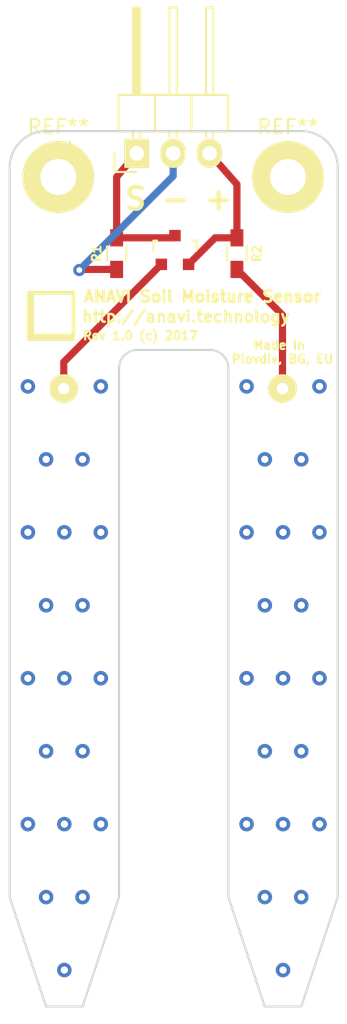
<source format=kicad_pcb>
(kicad_pcb (version 4) (host pcbnew 4.0.4+dfsg1-stable)

  (general
    (links 7)
    (no_connects 0)
    (area 130.493714 65.143999 166.432286 136.715501)
    (thickness 1.6)
    (drawings 45)
    (tracks 59)
    (zones 0)
    (modules 9)
    (nets 8)
  )

  (page A4)
  (layers
    (0 Top signal)
    (31 Bottom signal)
    (32 B.Adhes user)
    (33 F.Adhes user)
    (34 B.Paste user)
    (35 F.Paste user)
    (36 B.SilkS user)
    (37 F.SilkS user)
    (38 B.Mask user)
    (39 F.Mask user)
    (40 Dwgs.User user)
    (41 Cmts.User user)
    (42 Eco1.User user)
    (43 Eco2.User user)
    (44 Edge.Cuts user)
    (45 Margin user)
    (46 B.CrtYd user)
    (47 F.CrtYd user)
    (48 B.Fab user)
    (49 F.Fab user)
  )

  (setup
    (last_trace_width 0.5)
    (trace_clearance 0.254)
    (zone_clearance 0.508)
    (zone_45_only no)
    (trace_min 0.2)
    (segment_width 0.2)
    (edge_width 0.15)
    (via_size 0.85)
    (via_drill 0.4)
    (via_min_size 0.4)
    (via_min_drill 0.3)
    (uvia_size 0.35)
    (uvia_drill 0.1)
    (uvias_allowed no)
    (uvia_min_size 0.2)
    (uvia_min_drill 0.1)
    (pcb_text_width 0.3)
    (pcb_text_size 1.5 1.5)
    (mod_edge_width 0.15)
    (mod_text_size 1 1)
    (mod_text_width 0.15)
    (pad_size 5 5)
    (pad_drill 2.5)
    (pad_to_mask_clearance 0.2)
    (aux_axis_origin 0 0)
    (visible_elements FFFFFF7F)
    (pcbplotparams
      (layerselection 0x010f0_80000001)
      (usegerberextensions true)
      (excludeedgelayer true)
      (linewidth 1.000000)
      (plotframeref false)
      (viasonmask false)
      (mode 1)
      (useauxorigin false)
      (hpglpennumber 1)
      (hpglpenspeed 20)
      (hpglpendiameter 15)
      (hpglpenoverlay 2)
      (psnegative false)
      (psa4output false)
      (plotreference true)
      (plotvalue true)
      (plotinvisibletext false)
      (padsonsilk false)
      (subtractmaskfromsilk false)
      (outputformat 1)
      (mirror false)
      (drillshape 0)
      (scaleselection 1)
      (outputdirectory plots/plot-1.0/))
  )

  (net 0 "")
  (net 1 GND)
  (net 2 PROBE1)
  (net 3 PROBE2)
  (net 4 "Net-(P1-Pad1)")
  (net 5 +3V3)
  (net 6 "Net-(P2-Pad1)")
  (net 7 "Net-(P3-Pad1)")

  (net_class Default "This is the default net class."
    (clearance 0.254)
    (trace_width 0.5)
    (via_dia 0.85)
    (via_drill 0.4)
    (uvia_dia 0.35)
    (uvia_drill 0.1)
    (add_net +3V3)
    (add_net GND)
    (add_net "Net-(P1-Pad1)")
    (add_net "Net-(P2-Pad1)")
    (add_net "Net-(P3-Pad1)")
  )

  (net_class vcc ""
    (clearance 0.254)
    (trace_width 1.5)
    (via_dia 0.85)
    (via_drill 0.4)
    (uvia_dia 0.35)
    (uvia_drill 0.1)
  )

  (module Pin_Headers:Pin_Header_Angled_1x03 (layer Top) (tedit 58E959FF) (tstamp 58E9C7A3)
    (at 145.923 76.073 90)
    (descr "Through hole pin header")
    (tags "pin header")
    (path /58E94976)
    (fp_text reference P1 (at 0 -5.1 90) (layer F.SilkS)
      (effects (font (size 1 1) (thickness 0.15)))
    )
    (fp_text value CONN_01X03 (at 0 -3.1 90) (layer F.Fab) hide
      (effects (font (size 1 1) (thickness 0.15)))
    )
    (fp_line (start -1.5 -1.75) (end -1.5 6.85) (layer F.CrtYd) (width 0.05))
    (fp_line (start 10.65 -1.75) (end 10.65 6.85) (layer F.CrtYd) (width 0.05))
    (fp_line (start -1.5 -1.75) (end 10.65 -1.75) (layer F.CrtYd) (width 0.05))
    (fp_line (start -1.5 6.85) (end 10.65 6.85) (layer F.CrtYd) (width 0.05))
    (fp_line (start -1.3 -1.55) (end -1.3 0) (layer F.SilkS) (width 0.15))
    (fp_line (start 0 -1.55) (end -1.3 -1.55) (layer F.SilkS) (width 0.15))
    (fp_line (start 4.191 -0.127) (end 10.033 -0.127) (layer F.SilkS) (width 0.15))
    (fp_line (start 10.033 -0.127) (end 10.033 0.127) (layer F.SilkS) (width 0.15))
    (fp_line (start 10.033 0.127) (end 4.191 0.127) (layer F.SilkS) (width 0.15))
    (fp_line (start 4.191 0.127) (end 4.191 0) (layer F.SilkS) (width 0.15))
    (fp_line (start 4.191 0) (end 10.033 0) (layer F.SilkS) (width 0.15))
    (fp_line (start 1.524 -0.254) (end 1.143 -0.254) (layer F.SilkS) (width 0.15))
    (fp_line (start 1.524 0.254) (end 1.143 0.254) (layer F.SilkS) (width 0.15))
    (fp_line (start 1.524 2.286) (end 1.143 2.286) (layer F.SilkS) (width 0.15))
    (fp_line (start 1.524 2.794) (end 1.143 2.794) (layer F.SilkS) (width 0.15))
    (fp_line (start 1.524 4.826) (end 1.143 4.826) (layer F.SilkS) (width 0.15))
    (fp_line (start 1.524 5.334) (end 1.143 5.334) (layer F.SilkS) (width 0.15))
    (fp_line (start 4.064 1.27) (end 4.064 -1.27) (layer F.SilkS) (width 0.15))
    (fp_line (start 10.16 0.254) (end 4.064 0.254) (layer F.SilkS) (width 0.15))
    (fp_line (start 10.16 -0.254) (end 10.16 0.254) (layer F.SilkS) (width 0.15))
    (fp_line (start 4.064 -0.254) (end 10.16 -0.254) (layer F.SilkS) (width 0.15))
    (fp_line (start 1.524 1.27) (end 4.064 1.27) (layer F.SilkS) (width 0.15))
    (fp_line (start 1.524 -1.27) (end 1.524 1.27) (layer F.SilkS) (width 0.15))
    (fp_line (start 1.524 -1.27) (end 4.064 -1.27) (layer F.SilkS) (width 0.15))
    (fp_line (start 1.524 3.81) (end 4.064 3.81) (layer F.SilkS) (width 0.15))
    (fp_line (start 1.524 3.81) (end 1.524 6.35) (layer F.SilkS) (width 0.15))
    (fp_line (start 4.064 4.826) (end 10.16 4.826) (layer F.SilkS) (width 0.15))
    (fp_line (start 10.16 4.826) (end 10.16 5.334) (layer F.SilkS) (width 0.15))
    (fp_line (start 10.16 5.334) (end 4.064 5.334) (layer F.SilkS) (width 0.15))
    (fp_line (start 4.064 6.35) (end 4.064 3.81) (layer F.SilkS) (width 0.15))
    (fp_line (start 4.064 3.81) (end 4.064 1.27) (layer F.SilkS) (width 0.15))
    (fp_line (start 10.16 2.794) (end 4.064 2.794) (layer F.SilkS) (width 0.15))
    (fp_line (start 10.16 2.286) (end 10.16 2.794) (layer F.SilkS) (width 0.15))
    (fp_line (start 4.064 2.286) (end 10.16 2.286) (layer F.SilkS) (width 0.15))
    (fp_line (start 1.524 3.81) (end 4.064 3.81) (layer F.SilkS) (width 0.15))
    (fp_line (start 1.524 1.27) (end 1.524 3.81) (layer F.SilkS) (width 0.15))
    (fp_line (start 1.524 1.27) (end 4.064 1.27) (layer F.SilkS) (width 0.15))
    (fp_line (start 1.524 6.35) (end 4.064 6.35) (layer F.SilkS) (width 0.15))
    (pad 1 thru_hole rect (at 0 0 90) (size 2.032 1.7272) (drill 1.016) (layers *.Cu *.Mask F.SilkS)
      (net 4 "Net-(P1-Pad1)"))
    (pad 2 thru_hole oval (at 0 2.54 90) (size 2.032 1.7272) (drill 1.016) (layers *.Cu *.Mask F.SilkS)
      (net 1 GND))
    (pad 3 thru_hole oval (at 0 5.08 90) (size 2.032 1.7272) (drill 1.016) (layers *.Cu *.Mask F.SilkS)
      (net 5 +3V3))
    (model Pin_Headers.3dshapes/Pin_Header_Angled_1x03.wrl
      (at (xyz 0 -0.1 0))
      (scale (xyz 1 1 1))
      (rotate (xyz 0 0 90))
    )
  )

  (module TO_SOT_Packages_SMD:SOT-23 (layer Top) (tedit 58E9665C) (tstamp 58E9C7B3)
    (at 148.59 82.804)
    (descr "SOT-23, Standard")
    (tags SOT-23)
    (path /58E94942)
    (attr smd)
    (fp_text reference Q1 (at 0 2.159) (layer F.SilkS) hide
      (effects (font (size 0.6 0.6) (thickness 0.15)))
    )
    (fp_text value BC817 (at 0 2.3) (layer F.Fab) hide
      (effects (font (size 1 1) (thickness 0.15)))
    )
    (fp_line (start -1.65 -1.6) (end 1.65 -1.6) (layer F.CrtYd) (width 0.05))
    (fp_line (start 1.65 -1.6) (end 1.65 1.6) (layer F.CrtYd) (width 0.05))
    (fp_line (start 1.65 1.6) (end -1.65 1.6) (layer F.CrtYd) (width 0.05))
    (fp_line (start -1.65 1.6) (end -1.65 -1.6) (layer F.CrtYd) (width 0.05))
    (fp_line (start 1.29916 -0.65024) (end 1.2509 -0.65024) (layer F.SilkS) (width 0.15))
    (fp_line (start -1.49982 0.0508) (end -1.49982 -0.65024) (layer F.SilkS) (width 0.15))
    (fp_line (start -1.49982 -0.65024) (end -1.2509 -0.65024) (layer F.SilkS) (width 0.15))
    (fp_line (start 1.29916 -0.65024) (end 1.49982 -0.65024) (layer F.SilkS) (width 0.15))
    (fp_line (start 1.49982 -0.65024) (end 1.49982 0.0508) (layer F.SilkS) (width 0.15))
    (pad 1 smd rect (at -0.95 1.00076) (size 0.8001 0.8001) (layers Top F.Paste F.Mask)
      (net 6 "Net-(P2-Pad1)"))
    (pad 2 smd rect (at 0.95 1.00076) (size 0.8001 0.8001) (layers Top F.Paste F.Mask)
      (net 5 +3V3))
    (pad 3 smd rect (at 0 -0.99822) (size 0.8001 0.8001) (layers Top F.Paste F.Mask)
      (net 4 "Net-(P1-Pad1)"))
    (model TO_SOT_Packages_SMD.3dshapes/SOT-23.wrl
      (at (xyz 0 0 0))
      (scale (xyz 1 1 1))
      (rotate (xyz 0 0 0))
    )
  )

  (module Mounting_Holes:MountingHole_2.5mm_Pad (layer Top) (tedit 58E959F8) (tstamp 58E9CE83)
    (at 140.462 77.724)
    (descr "Mounting Hole 2.5mm")
    (tags "mounting hole 2.5mm")
    (fp_text reference REF** (at 0 -3.5) (layer F.SilkS)
      (effects (font (size 1 1) (thickness 0.15)))
    )
    (fp_text value MountingHole_2.5mm_Pad (at 0 3.5) (layer F.Fab) hide
      (effects (font (size 1 1) (thickness 0.15)))
    )
    (fp_circle (center 0 0) (end 2.5 0) (layer Cmts.User) (width 0.15))
    (fp_circle (center 0 0) (end 2.75 0) (layer F.CrtYd) (width 0.05))
    (pad 1 thru_hole circle (at 0 0) (size 5 5) (drill 2.5) (layers *.Cu *.Mask F.SilkS))
  )

  (module Mounting_Holes:MountingHole_2.5mm_Pad (layer Top) (tedit 58E95BC9) (tstamp 58E9CE97)
    (at 156.464 77.724)
    (descr "Mounting Hole 2.5mm")
    (tags "mounting hole 2.5mm")
    (fp_text reference REF** (at 0 -3.5) (layer F.SilkS)
      (effects (font (size 1 1) (thickness 0.15)))
    )
    (fp_text value MountingHole_2.5mm_Pad (at 0 3.5) (layer F.Fab) hide
      (effects (font (size 1 1) (thickness 0.15)))
    )
    (fp_circle (center 0 0) (end 2.5 0) (layer Cmts.User) (width 0.15))
    (fp_circle (center 0 0) (end 2.75 0) (layer F.CrtYd) (width 0.05))
    (pad 2 thru_hole circle (at 0 0) (size 5 5) (drill 2.5) (layers *.Cu *.Mask F.SilkS))
  )

  (module Resistors_SMD:R_0603_HandSoldering (layer Top) (tedit 58E9668C) (tstamp 58E9D6B2)
    (at 144.526 83.058 90)
    (descr "Resistor SMD 0603, hand soldering")
    (tags "resistor 0603")
    (path /58E94818)
    (attr smd)
    (fp_text reference R1 (at 0 -1.397 90) (layer F.SilkS)
      (effects (font (size 0.6 0.6) (thickness 0.15)))
    )
    (fp_text value 10K (at 0.0635 0 90) (layer F.Fab)
      (effects (font (size 1 1) (thickness 0.15)))
    )
    (fp_line (start -2 -0.8) (end 2 -0.8) (layer F.CrtYd) (width 0.05))
    (fp_line (start -2 0.8) (end 2 0.8) (layer F.CrtYd) (width 0.05))
    (fp_line (start -2 -0.8) (end -2 0.8) (layer F.CrtYd) (width 0.05))
    (fp_line (start 2 -0.8) (end 2 0.8) (layer F.CrtYd) (width 0.05))
    (fp_line (start 0.5 0.675) (end -0.5 0.675) (layer F.SilkS) (width 0.15))
    (fp_line (start -0.5 -0.675) (end 0.5 -0.675) (layer F.SilkS) (width 0.15))
    (pad 1 smd rect (at -1.1 0 90) (size 1.2 0.9) (layers Top F.Paste F.Mask)
      (net 1 GND))
    (pad 2 smd rect (at 1.1 0 90) (size 1.2 0.9) (layers Top F.Paste F.Mask)
      (net 4 "Net-(P1-Pad1)"))
    (model Resistors_SMD.3dshapes/R_0603_HandSoldering.wrl
      (at (xyz 0 0 0))
      (scale (xyz 1 1 1))
      (rotate (xyz 0 0 0))
    )
  )

  (module Resistors_SMD:R_0603_HandSoldering (layer Top) (tedit 58E96690) (tstamp 58E9D6BE)
    (at 152.908 83.058 270)
    (descr "Resistor SMD 0603, hand soldering")
    (tags "resistor 0603")
    (path /58E94879)
    (attr smd)
    (fp_text reference R2 (at 0 -1.397 270) (layer F.SilkS)
      (effects (font (size 0.6 0.6) (thickness 0.15)))
    )
    (fp_text value 100R (at 0 0 270) (layer F.Fab)
      (effects (font (size 1 1) (thickness 0.15)))
    )
    (fp_line (start -2 -0.8) (end 2 -0.8) (layer F.CrtYd) (width 0.05))
    (fp_line (start -2 0.8) (end 2 0.8) (layer F.CrtYd) (width 0.05))
    (fp_line (start -2 -0.8) (end -2 0.8) (layer F.CrtYd) (width 0.05))
    (fp_line (start 2 -0.8) (end 2 0.8) (layer F.CrtYd) (width 0.05))
    (fp_line (start 0.5 0.675) (end -0.5 0.675) (layer F.SilkS) (width 0.15))
    (fp_line (start -0.5 -0.675) (end 0.5 -0.675) (layer F.SilkS) (width 0.15))
    (pad 1 smd rect (at -1.1 0 270) (size 1.2 0.9) (layers Top F.Paste F.Mask)
      (net 5 +3V3))
    (pad 2 smd rect (at 1.1 0 270) (size 1.2 0.9) (layers Top F.Paste F.Mask)
      (net 7 "Net-(P3-Pad1)"))
    (model Resistors_SMD.3dshapes/R_0603_HandSoldering.wrl
      (at (xyz 0 0 0))
      (scale (xyz 1 1 1))
      (rotate (xyz 0 0 0))
    )
  )

  (module Wire_Pads:SolderWirePad_single_0-8mmDrill (layer Top) (tedit 58E966A4) (tstamp 58EB6E84)
    (at 140.843 92.456)
    (path /58E963B7)
    (fp_text reference P2 (at 0 -2.54) (layer F.SilkS) hide
      (effects (font (size 1 1) (thickness 0.15)))
    )
    (fp_text value CONN_01X01 (at 0 2.54) (layer F.Fab) hide
      (effects (font (size 1 1) (thickness 0.15)))
    )
    (pad 1 thru_hole circle (at 0 0) (size 1.99898 1.99898) (drill 0.8001) (layers *.Cu *.Mask F.SilkS)
      (net 6 "Net-(P2-Pad1)"))
  )

  (module Wire_Pads:SolderWirePad_single_0-8mmDrill (layer Top) (tedit 58E966A1) (tstamp 58EB6E89)
    (at 156.083 92.456)
    (path /58E9643C)
    (fp_text reference P3 (at 0 -2.54) (layer F.SilkS) hide
      (effects (font (size 1 1) (thickness 0.15)))
    )
    (fp_text value CONN_01X01 (at 0 2.54) (layer F.Fab) hide
      (effects (font (size 1 1) (thickness 0.15)))
    )
    (pad 1 thru_hole circle (at 0 0) (size 1.99898 1.99898) (drill 0.8001) (layers *.Cu *.Mask F.SilkS)
      (net 7 "Net-(P3-Pad1)"))
  )

  (module logo:anavi-logo (layer Top) (tedit 0) (tstamp 58EB6EE9)
    (at 139.954 87.4395)
    (fp_text reference G*** (at 0 0) (layer F.SilkS) hide
      (effects (font (thickness 0.3)))
    )
    (fp_text value LOGO (at 0.75 0) (layer F.SilkS) hide
      (effects (font (thickness 0.3)))
    )
    (fp_poly (pts (xy 1.693334 1.693334) (xy -1.693333 1.693334) (xy -1.693333 -1.524) (xy -1.185333 -1.524)
      (xy -1.185333 1.185334) (xy 1.439334 1.185334) (xy 1.439334 -1.524) (xy -1.185333 -1.524)
      (xy -1.693333 -1.524) (xy -1.693333 -1.778) (xy 1.693334 -1.778) (xy 1.693334 1.693334)) (layer F.SilkS) (width 0.01))
  )

  (gr_text "Made in \nPlovdiv, BG, EU" (at 156.083 89.916) (layer F.SilkS)
    (effects (font (size 0.6 0.6) (thickness 0.15)))
  )
  (gr_text "Rev 1.0 (c) 2017" (at 146.177 88.773) (layer F.SilkS)
    (effects (font (size 0.6 0.6) (thickness 0.15)))
  )
  (gr_text "http://anavi.technology\n" (at 149.352 87.4395) (layer F.SilkS)
    (effects (font (size 0.8 0.8) (thickness 0.175)))
  )
  (gr_text "ANAVI Soil Moisture Sensor" (at 150.495 86.0425) (layer F.SilkS)
    (effects (font (size 0.8 0.8) (thickness 0.2)))
  )
  (gr_text "S - +" (at 148.844 79.248) (layer F.SilkS)
    (effects (font (size 1.5 1.5) (thickness 0.3)))
  )
  (gr_arc (start 139.6111 77.0636) (end 139.6111 74.5236) (angle -90) (layer Edge.Cuts) (width 0.15) (tstamp 562A5FC88FB0))
  (gr_line (start 137.0711 77.0636) (end 137.0711 127.8636) (layer Edge.Cuts) (width 0.15) (tstamp 562A5FC89A60))
  (gr_line (start 139.6111 74.5236) (end 157.3911 74.5236) (layer Edge.Cuts) (width 0.15) (tstamp 562A5FC8B220))
  (gr_arc (start 157.3911 77.0636) (end 157.3911 74.5236) (angle 90) (layer Edge.Cuts) (width 0.15) (tstamp 562A5FC8BBA0))
  (gr_line (start 159.9311 77.0636) (end 159.9311 127.8636) (layer Edge.Cuts) (width 0.15) (tstamp 562A5FC8C650))
  (gr_line (start 159.9311 127.8636) (end 157.3911 135.4836) (layer Edge.Cuts) (width 0.15) (tstamp 562A5FC8CFD0))
  (gr_line (start 157.3911 135.4836) (end 154.8511 135.4836) (layer Edge.Cuts) (width 0.15) (tstamp 562A5FC8D950))
  (gr_line (start 154.8511 135.4836) (end 152.3111 127.8636) (layer Edge.Cuts) (width 0.15) (tstamp 562A5FC8E2D0))
  (gr_line (start 137.0711 127.8636) (end 139.6111 135.4836) (layer Edge.Cuts) (width 0.15) (tstamp 562A5FC8EC50))
  (gr_line (start 139.6111 135.4836) (end 142.1511 135.4836) (layer Edge.Cuts) (width 0.15) (tstamp 562A5FC8F5D0))
  (gr_line (start 142.1511 135.4836) (end 144.6911 127.8636) (layer Edge.Cuts) (width 0.15) (tstamp 562A5FC8FF50))
  (gr_line (start 144.6911 127.8636) (end 144.6911 91.0336) (layer Edge.Cuts) (width 0.15) (tstamp 562A5FC908D0))
  (gr_arc (start 145.9611 91.0336) (end 144.6911 91.0336) (angle 90) (layer Edge.Cuts) (width 0.15) (tstamp 562A5FC91250))
  (gr_line (start 145.9611 89.7636) (end 151.0411 89.7636) (layer Edge.Cuts) (width 0.15) (tstamp 562A5FC91D30))
  (gr_line (start 152.3111 127.8636) (end 152.3111 91.0336) (layer Edge.Cuts) (width 0.15) (tstamp 562A5FC926B0))
  (gr_arc (start 151.0411 91.0336) (end 152.3111 91.0336) (angle -90) (layer Edge.Cuts) (width 0.15) (tstamp 562A5FC93030))
  (gr_line (start 137.0711 91.0336) (end 144.6911 91.0336) (layer F.Mask) (width 0.15) (tstamp 562A5FC9AAB0))
  (gr_line (start 144.6911 91.0336) (end 144.6911 127.8636) (layer F.Mask) (width 0.15) (tstamp 562A5FC9B430))
  (gr_line (start 144.6911 127.8636) (end 142.1511 135.4836) (layer F.Mask) (width 0.15) (tstamp 562A5FC9BE00))
  (gr_line (start 142.1511 135.4836) (end 139.6111 135.4836) (layer F.Mask) (width 0.15) (tstamp 562A5FC9C750))
  (gr_line (start 139.6111 135.4836) (end 137.0711 127.8636) (layer F.Mask) (width 0.15) (tstamp 562A5FC9D0D0))
  (gr_line (start 137.0711 127.8636) (end 137.0711 91.0336) (layer F.Mask) (width 0.15) (tstamp 562A5FC9DA50))
  (gr_line (start 152.3111 91.0336) (end 152.3111 127.8636) (layer F.Mask) (width 0.15) (tstamp 562A5FC9E3D0))
  (gr_line (start 152.3111 127.8636) (end 154.8511 135.4836) (layer F.Mask) (width 0.15) (tstamp 562A5FC9ED50))
  (gr_line (start 154.8511 135.4836) (end 157.3911 135.4836) (layer F.Mask) (width 0.15) (tstamp 562A5FC9F6D0))
  (gr_line (start 157.3911 135.4836) (end 159.9311 127.8636) (layer F.Mask) (width 0.15) (tstamp 562A5FCA0050))
  (gr_line (start 159.9311 127.8636) (end 159.9311 91.0336) (layer F.Mask) (width 0.15) (tstamp 562A5FCA09D0))
  (gr_line (start 159.9311 91.0336) (end 152.3111 91.0336) (layer F.Mask) (width 0.15) (tstamp 562A5FCA1350))
  (gr_line (start 137.0711 91.0336) (end 137.0711 127.8636) (layer B.Mask) (width 0.15) (tstamp 562A5FCA1CD0))
  (gr_line (start 137.0711 127.8636) (end 139.6111 135.4836) (layer B.Mask) (width 0.15) (tstamp 562A5FCA2650))
  (gr_line (start 139.6111 135.4836) (end 142.1511 135.4836) (layer B.Mask) (width 0.15) (tstamp 562A5FCA2FD0))
  (gr_line (start 142.1511 135.4836) (end 144.6911 127.8636) (layer B.Mask) (width 0.15) (tstamp 562A5FCA3950))
  (gr_line (start 144.6911 127.8636) (end 144.6911 91.0336) (layer B.Mask) (width 0.15) (tstamp 562A5FCA42D0))
  (gr_line (start 144.6911 91.0336) (end 137.0711 91.0336) (layer B.Mask) (width 0.15) (tstamp 562A5FCA4C50))
  (gr_line (start 152.3111 91.0336) (end 152.3111 127.8636) (layer B.Mask) (width 0.15) (tstamp 562A5FCA55D0))
  (gr_line (start 152.3111 127.8636) (end 154.8511 135.4836) (layer B.Mask) (width 0.15) (tstamp 562A5FCA5F50))
  (gr_line (start 154.8511 135.4836) (end 157.3911 135.4836) (layer B.Mask) (width 0.15) (tstamp 562A5FCA68D0))
  (gr_line (start 157.3911 135.4836) (end 159.9311 127.8636) (layer B.Mask) (width 0.15) (tstamp 562A5FCA7250))
  (gr_line (start 159.9311 127.8636) (end 159.9311 91.0336) (layer B.Mask) (width 0.15) (tstamp 562A5FCA7BD0))
  (gr_line (start 159.9311 91.0336) (end 152.3111 91.0336) (layer B.Mask) (width 0.15) (tstamp 562A5FCA8550))

  (via (at 142.1511 97.3836) (size 1.016) (drill 0.508) (layers Top Bottom) (net 0) (tstamp 562A5FEB1840))
  (via (at 139.6111 97.3836) (size 1.016) (drill 0.508) (layers Top Bottom) (net 0) (tstamp 562A5FEB1120))
  (via (at 143.4211 92.3036) (size 1.016) (drill 0.508) (layers Top Bottom) (net 0) (tstamp 562A5FEA90B0))
  (via (at 153.5811 92.3036) (size 1.016) (drill 0.508) (layers Top Bottom) (net 0) (tstamp 562A5FE98A10))
  (via (at 158.6611 92.3036) (size 1.016) (drill 0.508) (layers Top Bottom) (net 0) (tstamp 562A5FE99130))
  (via (at 158.6611 102.4636) (size 1.016) (drill 0.508) (layers Top Bottom) (net 0) (tstamp 562A5FE99850))
  (via (at 156.1211 102.4636) (size 1.016) (drill 0.508) (layers Top Bottom) (net 0) (tstamp 562A5FE99F70))
  (via (at 153.5811 102.4636) (size 1.016) (drill 0.508) (layers Top Bottom) (net 0) (tstamp 562A5FE9A690))
  (via (at 153.5811 112.6236) (size 1.016) (drill 0.508) (layers Top Bottom) (net 0) (tstamp 562A5FE9ADB0))
  (via (at 156.1211 112.6236) (size 1.016) (drill 0.508) (layers Top Bottom) (net 0) (tstamp 562A5FE9B4D0))
  (via (at 158.6611 112.6236) (size 1.016) (drill 0.508) (layers Top Bottom) (net 0) (tstamp 562A5FE9BBF0))
  (via (at 158.6611 122.7836) (size 1.016) (drill 0.508) (layers Top Bottom) (net 0) (tstamp 562A5FE9C310))
  (via (at 156.1211 122.7836) (size 1.016) (drill 0.508) (layers Top Bottom) (net 0) (tstamp 562A5FE9CA30))
  (via (at 153.5811 122.7836) (size 1.016) (drill 0.508) (layers Top Bottom) (net 0) (tstamp 562A5FE9D150))
  (via (at 154.8511 127.8636) (size 1.016) (drill 0.508) (layers Top Bottom) (net 0) (tstamp 562A5FE9D8A0))
  (via (at 157.3911 127.8636) (size 1.016) (drill 0.508) (layers Top Bottom) (net 0) (tstamp 562A5FE9DFC0))
  (via (at 156.1211 132.9436) (size 1.016) (drill 0.508) (layers Top Bottom) (net 0) (tstamp 562A5FE9E6E0))
  (via (at 154.8511 97.3836) (size 1.016) (drill 0.508) (layers Top Bottom) (net 0) (tstamp 562A5FE9EE00))
  (via (at 157.3911 97.3836) (size 1.016) (drill 0.508) (layers Top Bottom) (net 0) (tstamp 562A5FE9F520))
  (via (at 157.3911 107.5436) (size 1.016) (drill 0.508) (layers Top Bottom) (net 0) (tstamp 562A5FE9FC40))
  (via (at 154.8511 107.5436) (size 1.016) (drill 0.508) (layers Top Bottom) (net 0) (tstamp 562A5FEA0360))
  (via (at 154.8511 117.7036) (size 1.016) (drill 0.508) (layers Top Bottom) (net 0) (tstamp 562A5FEA0A80))
  (via (at 157.3911 117.7036) (size 1.016) (drill 0.508) (layers Top Bottom) (net 0) (tstamp 562A5FEA11A0))
  (via (at 138.3411 92.3036) (size 1.016) (drill 0.508) (layers Top Bottom) (net 0) (tstamp 562A5FEA97D0))
  (via (at 138.3411 102.4636) (size 1.016) (drill 0.508) (layers Top Bottom) (net 0) (tstamp 562A5FEA9EF0))
  (via (at 140.8811 102.4636) (size 1.016) (drill 0.508) (layers Top Bottom) (net 0) (tstamp 562A5FEAA610))
  (via (at 143.4211 102.4636) (size 1.016) (drill 0.508) (layers Top Bottom) (net 0) (tstamp 562A5FEAAD30))
  (via (at 143.4211 112.6236) (size 1.016) (drill 0.508) (layers Top Bottom) (net 0) (tstamp 562A5FEAB450))
  (via (at 140.8811 112.6236) (size 1.016) (drill 0.508) (layers Top Bottom) (net 0) (tstamp 562A5FEABB70))
  (via (at 138.3411 112.6236) (size 1.016) (drill 0.508) (layers Top Bottom) (net 0) (tstamp 562A5FEAC290))
  (via (at 138.3411 122.7836) (size 1.016) (drill 0.508) (layers Top Bottom) (net 0) (tstamp 562A5FEAC9B0))
  (via (at 140.8811 122.7836) (size 1.016) (drill 0.508) (layers Top Bottom) (net 0) (tstamp 562A5FEAD0D0))
  (via (at 143.4211 122.7836) (size 1.016) (drill 0.508) (layers Top Bottom) (net 0) (tstamp 562A5FEAD820))
  (via (at 142.1511 127.8636) (size 1.016) (drill 0.508) (layers Top Bottom) (net 0) (tstamp 562A5FEADF40))
  (via (at 139.6111 127.8636) (size 1.016) (drill 0.508) (layers Top Bottom) (net 0) (tstamp 562A5FEAE660))
  (via (at 140.8811 132.9436) (size 1.016) (drill 0.508) (layers Top Bottom) (net 0) (tstamp 562A5FEAED80))
  (via (at 139.6111 117.7036) (size 1.016) (drill 0.508) (layers Top Bottom) (net 0) (tstamp 562A5FEAF4A0))
  (via (at 142.1511 117.7036) (size 1.016) (drill 0.508) (layers Top Bottom) (net 0) (tstamp 562A5FEAFBC0))
  (via (at 139.6111 107.5436) (size 1.016) (drill 0.508) (layers Top Bottom) (net 0) (tstamp 562A5FEB02E0))
  (via (at 142.1511 107.5436) (size 1.016) (drill 0.508) (layers Top Bottom) (net 0) (tstamp 562A5FEB0A00))
  (segment (start 144.526 84.158) (end 141.9655 84.158) (width 0.5) (layer Top) (net 1))
  (segment (start 148.463 77.6605) (end 148.463 76.073) (width 0.5) (layer Bottom) (net 1) (tstamp 58E9DEE4) (status 20))
  (segment (start 141.9225 84.201) (end 148.463 77.6605) (width 0.5) (layer Bottom) (net 1) (tstamp 58E9DEE3))
  (via (at 141.9225 84.201) (size 0.85) (drill 0.4) (layers Top Bottom) (net 1))
  (segment (start 141.9655 84.158) (end 141.9225 84.201) (width 0.5) (layer Top) (net 1) (tstamp 58E9DEE1))
  (segment (start 148.463 76.073) (end 148.463 75.311) (width 0.5) (layer Top) (net 1) (status 30))
  (segment (start 144.526 81.958) (end 144.526 77.724) (width 0.5) (layer Top) (net 4))
  (segment (start 144.526 77.724) (end 145.923 76.073) (width 0.5) (layer Top) (net 4) (tstamp 58E9DEDB) (status 20))
  (segment (start 144.526 81.958) (end 148.43778 81.958) (width 0.5) (layer Top) (net 4))
  (segment (start 148.43778 81.958) (end 148.59 81.80578) (width 0.5) (layer Top) (net 4) (tstamp 58E9D4F6))
  (segment (start 144.67822 81.80578) (end 144.526 81.958) (width 0.5) (layer Top) (net 4) (tstamp 58E9D776))
  (segment (start 152.908 81.958) (end 152.908 78.232) (width 0.5) (layer Top) (net 5))
  (segment (start 152.908 78.232) (end 151.003 76.073) (width 0.5) (layer Top) (net 5) (tstamp 58E9DEDE) (status 20))
  (segment (start 152.908 81.958) (end 151.38676 81.958) (width 0.5) (layer Top) (net 5))
  (segment (start 151.38676 81.958) (end 149.54 83.80476) (width 0.5) (layer Top) (net 5) (tstamp 58E9D77C))
  (segment (start 140.843 92.456) (end 140.843 90.60176) (width 0.5) (layer Top) (net 6))
  (segment (start 140.843 90.60176) (end 147.64 83.80476) (width 0.5) (layer Top) (net 6) (tstamp 58EB6E9E))
  (segment (start 156.083 92.456) (end 156.083 87.333) (width 0.5) (layer Top) (net 7))
  (segment (start 156.083 87.333) (end 152.908 84.158) (width 0.5) (layer Top) (net 7) (tstamp 58EB6EA1))

  (zone (net 3) (net_name PROBE2) (layer Top) (tstamp 562A5FEA5090) (hatch none 0.508)
    (priority 6)
    (connect_pads (clearance 0.508))
    (min_thickness 0.254)
    (fill yes (arc_segments 32) (thermal_gap 0.304) (thermal_bridge_width 0.304))
    (polygon
      (pts
        (xy 137.0711 91.0336) (xy 137.0711 135.4836) (xy 144.6911 135.4836) (xy 144.6911 91.0336)
      )
    )
  )
  (zone (net 3) (net_name PROBE2) (layer Bottom) (tstamp 562A5FEA78F0) (hatch none 0.508)
    (priority 6)
    (connect_pads (clearance 0.508))
    (min_thickness 0.254)
    (fill yes (arc_segments 32) (thermal_gap 0.304) (thermal_bridge_width 0.304))
    (polygon
      (pts
        (xy 137.0711 91.0336) (xy 137.0711 135.4836) (xy 144.6911 135.4836) (xy 144.6911 91.0336)
      )
    )
  )
  (zone (net 2) (net_name PROBE1) (layer Bottom) (tstamp 562A5FE97120) (hatch none 0.508)
    (priority 6)
    (connect_pads (clearance 0.3048))
    (min_thickness 0.2032)
    (fill yes (arc_segments 32) (thermal_gap 0.2532) (thermal_bridge_width 0.2532))
    (polygon
      (pts
        (xy 152.3111 91.0336) (xy 152.3111 135.4836) (xy 159.9311 135.4836) (xy 159.9311 91.0336)
      )
    )
  )
  (zone (net 2) (net_name PROBE1) (layer Top) (tstamp 562A5FE95240) (hatch none 0.508)
    (priority 6)
    (connect_pads (clearance 0.508))
    (min_thickness 0.254)
    (fill yes (arc_segments 32) (thermal_gap 0.304) (thermal_bridge_width 0.304))
    (polygon
      (pts
        (xy 152.3111 91.0336) (xy 152.3111 135.4836) (xy 159.9311 135.4836) (xy 159.9311 91.0336)
      )
    )
  )
  (zone (net 0) (net_name "") (layer F.Mask) (tstamp 58E9DC00) (hatch edge 0.508)
    (connect_pads (clearance 0.508))
    (min_thickness 0.254)
    (fill yes (arc_segments 16) (thermal_gap 0.508) (thermal_bridge_width 0.508))
    (polygon
      (pts
        (xy 145.2245 136.5885) (xy 136.398 136.652) (xy 136.398 91.059) (xy 145.288 91.059)
      )
    )
    (filled_polygon
      (pts
        (xy 145.097676 136.462409) (xy 136.525 136.524083) (xy 136.525 91.186) (xy 145.160823 91.186)
      )
    )
  )
  (zone (net 0) (net_name "") (layer B.Mask) (tstamp 58E9DC00) (hatch edge 0.508)
    (connect_pads (clearance 0.508))
    (min_thickness 0.254)
    (fill yes (arc_segments 16) (thermal_gap 0.508) (thermal_bridge_width 0.508))
    (polygon
      (pts
        (xy 145.2245 136.5885) (xy 136.398 136.652) (xy 136.398 91.059) (xy 145.288 91.059)
      )
    )
    (filled_polygon
      (pts
        (xy 145.097676 136.462409) (xy 136.525 136.524083) (xy 136.525 91.186) (xy 145.160823 91.186)
      )
    )
  )
  (zone (net 0) (net_name "") (layer F.Mask) (tstamp 58E9DC57) (hatch edge 0.508)
    (connect_pads (clearance 0.508))
    (min_thickness 0.254)
    (fill yes (arc_segments 16) (thermal_gap 0.508) (thermal_bridge_width 0.508))
    (polygon
      (pts
        (xy 160.5915 136.652) (xy 151.7015 136.7155) (xy 151.765 91.059) (xy 160.4645 91.059)
      )
    )
    (filled_polygon
      (pts
        (xy 160.464148 136.525906) (xy 151.828678 136.587588) (xy 151.891824 91.186) (xy 160.337853 91.186)
      )
    )
  )
  (zone (net 0) (net_name "") (layer B.Mask) (tstamp 58E9DC57) (hatch edge 0.508)
    (connect_pads (clearance 0.508))
    (min_thickness 0.254)
    (fill yes (arc_segments 16) (thermal_gap 0.508) (thermal_bridge_width 0.508))
    (polygon
      (pts
        (xy 160.5915 136.652) (xy 151.7015 136.7155) (xy 151.765 91.059) (xy 160.4645 91.059)
      )
    )
    (filled_polygon
      (pts
        (xy 160.464148 136.525906) (xy 151.828678 136.587588) (xy 151.891824 91.186) (xy 160.337853 91.186)
      )
    )
  )
)

</source>
